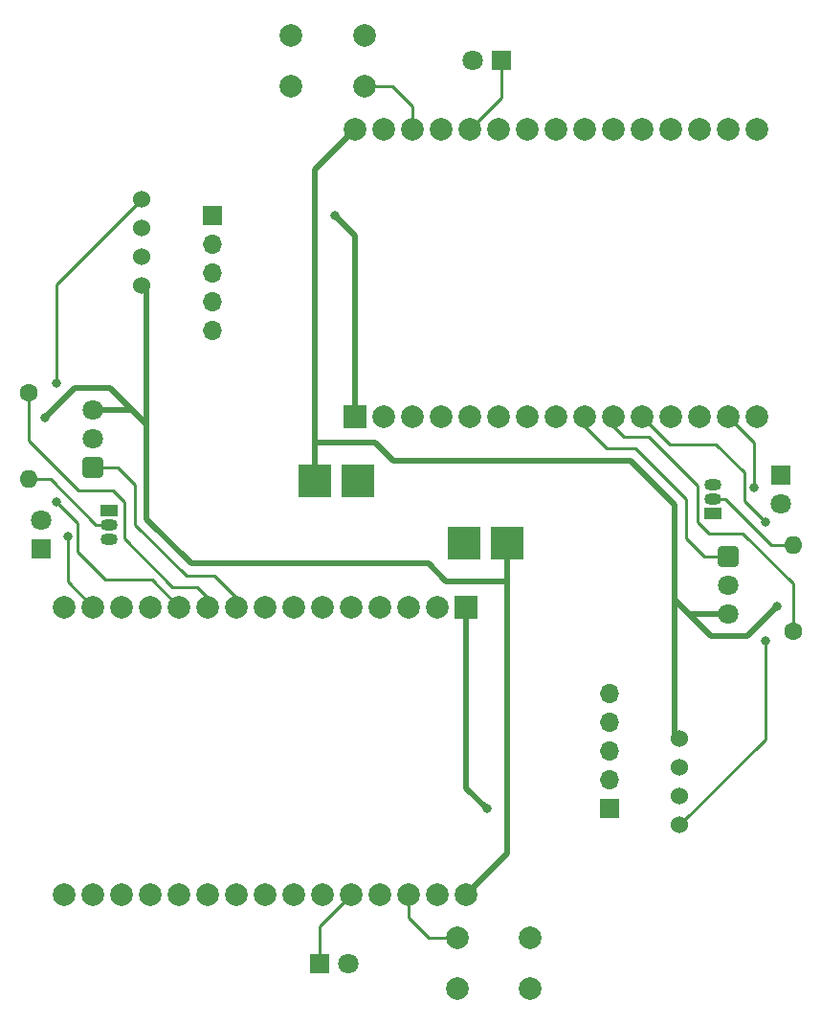
<source format=gbr>
%TF.GenerationSoftware,KiCad,Pcbnew,8.0.1*%
%TF.CreationDate,2024-04-19T12:23:10+07:00*%
%TF.ProjectId,AC_controller_print,41435f63-6f6e-4747-926f-6c6c65725f70,v3.0*%
%TF.SameCoordinates,Original*%
%TF.FileFunction,Copper,L1,Top*%
%TF.FilePolarity,Positive*%
%FSLAX46Y46*%
G04 Gerber Fmt 4.6, Leading zero omitted, Abs format (unit mm)*
G04 Created by KiCad (PCBNEW 8.0.1) date 2024-04-19 12:23:10*
%MOMM*%
%LPD*%
G01*
G04 APERTURE LIST*
G04 Aperture macros list*
%AMRoundRect*
0 Rectangle with rounded corners*
0 $1 Rounding radius*
0 $2 $3 $4 $5 $6 $7 $8 $9 X,Y pos of 4 corners*
0 Add a 4 corners polygon primitive as box body*
4,1,4,$2,$3,$4,$5,$6,$7,$8,$9,$2,$3,0*
0 Add four circle primitives for the rounded corners*
1,1,$1+$1,$2,$3*
1,1,$1+$1,$4,$5*
1,1,$1+$1,$6,$7*
1,1,$1+$1,$8,$9*
0 Add four rect primitives between the rounded corners*
20,1,$1+$1,$2,$3,$4,$5,0*
20,1,$1+$1,$4,$5,$6,$7,0*
20,1,$1+$1,$6,$7,$8,$9,0*
20,1,$1+$1,$8,$9,$2,$3,0*%
G04 Aperture macros list end*
%TA.AperFunction,ComponentPad*%
%ADD10R,1.800000X1.800000*%
%TD*%
%TA.AperFunction,ComponentPad*%
%ADD11C,1.800000*%
%TD*%
%TA.AperFunction,ComponentPad*%
%ADD12R,2.000000X2.000000*%
%TD*%
%TA.AperFunction,ComponentPad*%
%ADD13C,2.000000*%
%TD*%
%TA.AperFunction,ComponentPad*%
%ADD14C,1.600000*%
%TD*%
%TA.AperFunction,ComponentPad*%
%ADD15O,1.600000X1.600000*%
%TD*%
%TA.AperFunction,ComponentPad*%
%ADD16R,3.000000X3.000000*%
%TD*%
%TA.AperFunction,ComponentPad*%
%ADD17C,1.524000*%
%TD*%
%TA.AperFunction,ComponentPad*%
%ADD18O,1.700000X1.700000*%
%TD*%
%TA.AperFunction,ComponentPad*%
%ADD19R,1.700000X1.700000*%
%TD*%
%TA.AperFunction,ComponentPad*%
%ADD20R,1.500000X1.050000*%
%TD*%
%TA.AperFunction,ComponentPad*%
%ADD21O,1.500000X1.050000*%
%TD*%
%TA.AperFunction,ComponentPad*%
%ADD22RoundRect,0.250200X-0.649800X0.649800X-0.649800X-0.649800X0.649800X-0.649800X0.649800X0.649800X0*%
%TD*%
%TA.AperFunction,ComponentPad*%
%ADD23RoundRect,0.250200X0.649800X-0.649800X0.649800X0.649800X-0.649800X0.649800X-0.649800X-0.649800X0*%
%TD*%
%TA.AperFunction,ViaPad*%
%ADD24C,0.800000*%
%TD*%
%TA.AperFunction,Conductor*%
%ADD25C,0.500000*%
%TD*%
%TA.AperFunction,Conductor*%
%ADD26C,0.250000*%
%TD*%
G04 APERTURE END LIST*
D10*
%TO.P,D2,1,K*%
%TO.N,D14*%
X114630000Y-51690000D03*
D11*
%TO.P,D2,2,A*%
%TO.N,GND*%
X112090000Y-51690000D03*
%TD*%
D12*
%TO.P,U1,1,3V3*%
%TO.N,+3.3V*%
X101670000Y-83190000D03*
D13*
%TO.P,U1,2,GND*%
%TO.N,GND*%
X104210000Y-83190000D03*
%TO.P,U1,3,D15*%
%TO.N,D15*%
X106750000Y-83190000D03*
%TO.P,U1,4,D2*%
%TO.N,D2*%
X109290000Y-83190000D03*
%TO.P,U1,5,D4*%
%TO.N,D4*%
X111830000Y-83190000D03*
%TO.P,U1,6,RX2*%
%TO.N,RX2*%
X114370000Y-83190000D03*
%TO.P,U1,7,TX2*%
%TO.N,TX2*%
X116910000Y-83190000D03*
%TO.P,U1,8,D5*%
%TO.N,D5*%
X119450000Y-83190000D03*
%TO.P,U1,9,D18*%
%TO.N,D18*%
X121990000Y-83190000D03*
%TO.P,U1,10,D19*%
%TO.N,D19*%
X124530000Y-83190000D03*
%TO.P,U1,11,D21*%
%TO.N,D21*%
X127070000Y-83190000D03*
%TO.P,U1,12,RX0*%
%TO.N,RX0*%
X129610000Y-83190000D03*
%TO.P,U1,13,TX0*%
%TO.N,TX0*%
X132150000Y-83190000D03*
%TO.P,U1,14,D22*%
%TO.N,D22*%
X134690000Y-83190000D03*
%TO.P,U1,15,D23*%
%TO.N,D23*%
X137230000Y-83190000D03*
%TO.P,U1,16,EN*%
%TO.N,EN*%
X137230000Y-57790000D03*
%TO.P,U1,17,VP*%
%TO.N,VP*%
X134690000Y-57790000D03*
%TO.P,U1,18,VN*%
%TO.N,VN*%
X132150000Y-57790000D03*
%TO.P,U1,19,D34*%
%TO.N,D34*%
X129610000Y-57790000D03*
%TO.P,U1,20,D35*%
%TO.N,D35*%
X127070000Y-57790000D03*
%TO.P,U1,21,D32*%
%TO.N,D32*%
X124530000Y-57790000D03*
%TO.P,U1,22,D33*%
%TO.N,D33*%
X121990000Y-57790000D03*
%TO.P,U1,23,D25*%
%TO.N,D25*%
X119450000Y-57790000D03*
%TO.P,U1,24,D26*%
%TO.N,D26*%
X116910000Y-57790000D03*
%TO.P,U1,25,D27*%
%TO.N,D27*%
X114370000Y-57790000D03*
%TO.P,U1,26,D14*%
%TO.N,D14*%
X111830000Y-57790000D03*
%TO.P,U1,27,D12*%
%TO.N,D12*%
X109290000Y-57790000D03*
%TO.P,U1,28,D13*%
%TO.N,D13*%
X106750000Y-57790000D03*
%TO.P,U1,29,GND*%
%TO.N,GND*%
X104210000Y-57790000D03*
%TO.P,U1,30,VIN*%
%TO.N,VCC*%
X101670000Y-57790000D03*
%TD*%
%TO.P,SW1,1,1*%
%TO.N,D13*%
X102490000Y-53990000D03*
X95990000Y-53990000D03*
%TO.P,SW1,2,2*%
%TO.N,GND*%
X102490000Y-49490000D03*
X95990000Y-49490000D03*
%TD*%
D14*
%TO.P,R1,1*%
%TO.N,D19*%
X140405000Y-102090000D03*
D15*
%TO.P,R1,2*%
%TO.N,Net-(Q1-B)*%
X140405000Y-94470000D03*
%TD*%
D16*
%TO.P,U5,3,OUT+*%
%TO.N,VCC*%
X98095954Y-88802929D03*
%TO.P,U5,4,OUT-*%
%TO.N,GND*%
X101905954Y-88802929D03*
%TD*%
D17*
%TO.P,U2,1,VIN*%
%TO.N,VCC*%
X130383000Y-111653000D03*
%TO.P,U2,2,GND*%
%TO.N,GND*%
X130383000Y-114193000D03*
%TO.P,U2,3,SCL*%
%TO.N,D22*%
X130383000Y-116733000D03*
%TO.P,U2,4,SDA*%
%TO.N,D21*%
X130383000Y-119273000D03*
%TD*%
D18*
%TO.P,U4,1,GND*%
%TO.N,GND*%
X89007500Y-75540000D03*
%TO.P,U4,2,SDA*%
%TO.N,D21*%
X89007500Y-73000000D03*
%TO.P,U4,3,SCL*%
%TO.N,D22*%
X89007500Y-70460000D03*
%TO.P,U4,4,ALERT*%
%TO.N,unconnected-(U4-ALERT-Pad4)*%
X89007500Y-67920000D03*
D19*
%TO.P,U4,5,3.3V*%
%TO.N,+3.3V*%
X89007500Y-65380000D03*
%TD*%
D20*
%TO.P,Q1,1,C*%
%TO.N,GND*%
X133320000Y-91730000D03*
D21*
%TO.P,Q1,2,B*%
%TO.N,Net-(Q1-B)*%
X133320000Y-90460000D03*
%TO.P,Q1,3,E*%
%TO.N,Net-(D1-K)*%
X133320000Y-89190000D03*
%TD*%
D22*
%TO.P,U3,1,OUT*%
%TO.N,D18*%
X134682103Y-95550000D03*
D11*
%TO.P,U3,2,GND*%
%TO.N,GND*%
X134682103Y-98090000D03*
%TO.P,U3,3,Vs*%
%TO.N,VCC*%
X134682103Y-100630000D03*
%TD*%
D10*
%TO.P,D1,1,K*%
%TO.N,Net-(D1-K)*%
X139305000Y-88315000D03*
D11*
%TO.P,D1,2,A*%
%TO.N,VCC*%
X139305000Y-90855000D03*
%TD*%
%TO.P,D2,2,A*%
%TO.N,GND*%
X101090000Y-131490000D03*
D10*
%TO.P,D2,1,K*%
%TO.N,D14*%
X98550000Y-131490000D03*
%TD*%
D13*
%TO.P,U1,30,VIN*%
%TO.N,VCC*%
X111510000Y-125390000D03*
%TO.P,U1,29,GND*%
%TO.N,GND*%
X108970000Y-125390000D03*
%TO.P,U1,28,D13*%
%TO.N,D13*%
X106430000Y-125390000D03*
%TO.P,U1,27,D12*%
%TO.N,D12*%
X103890000Y-125390000D03*
%TO.P,U1,26,D14*%
%TO.N,D14*%
X101350000Y-125390000D03*
%TO.P,U1,25,D27*%
%TO.N,D27*%
X98810000Y-125390000D03*
%TO.P,U1,24,D26*%
%TO.N,D26*%
X96270000Y-125390000D03*
%TO.P,U1,23,D25*%
%TO.N,D25*%
X93730000Y-125390000D03*
%TO.P,U1,22,D33*%
%TO.N,D33*%
X91190000Y-125390000D03*
%TO.P,U1,21,D32*%
%TO.N,D32*%
X88650000Y-125390000D03*
%TO.P,U1,20,D35*%
%TO.N,D35*%
X86110000Y-125390000D03*
%TO.P,U1,19,D34*%
%TO.N,D34*%
X83570000Y-125390000D03*
%TO.P,U1,18,VN*%
%TO.N,VN*%
X81030000Y-125390000D03*
%TO.P,U1,17,VP*%
%TO.N,VP*%
X78490000Y-125390000D03*
%TO.P,U1,16,EN*%
%TO.N,EN*%
X75950000Y-125390000D03*
%TO.P,U1,15,D23*%
%TO.N,D23*%
X75950000Y-99990000D03*
%TO.P,U1,14,D22*%
%TO.N,D22*%
X78490000Y-99990000D03*
%TO.P,U1,13,TX0*%
%TO.N,TX0*%
X81030000Y-99990000D03*
%TO.P,U1,12,RX0*%
%TO.N,RX0*%
X83570000Y-99990000D03*
%TO.P,U1,11,D21*%
%TO.N,D21*%
X86110000Y-99990000D03*
%TO.P,U1,10,D19*%
%TO.N,D19*%
X88650000Y-99990000D03*
%TO.P,U1,9,D18*%
%TO.N,D18*%
X91190000Y-99990000D03*
%TO.P,U1,8,D5*%
%TO.N,D5*%
X93730000Y-99990000D03*
%TO.P,U1,7,TX2*%
%TO.N,TX2*%
X96270000Y-99990000D03*
%TO.P,U1,6,RX2*%
%TO.N,RX2*%
X98810000Y-99990000D03*
%TO.P,U1,5,D4*%
%TO.N,D4*%
X101350000Y-99990000D03*
%TO.P,U1,4,D2*%
%TO.N,D2*%
X103890000Y-99990000D03*
%TO.P,U1,3,D15*%
%TO.N,D15*%
X106430000Y-99990000D03*
%TO.P,U1,2,GND*%
%TO.N,GND*%
X108970000Y-99990000D03*
D12*
%TO.P,U1,1,3V3*%
%TO.N,+3.3V*%
X111510000Y-99990000D03*
%TD*%
D13*
%TO.P,SW1,2,2*%
%TO.N,GND*%
X117190000Y-133690000D03*
X110690000Y-133690000D03*
%TO.P,SW1,1,1*%
%TO.N,D13*%
X117190000Y-129190000D03*
X110690000Y-129190000D03*
%TD*%
D15*
%TO.P,R1,2*%
%TO.N,Net-(Q1-B)*%
X72775000Y-88710000D03*
D14*
%TO.P,R1,1*%
%TO.N,D19*%
X72775000Y-81090000D03*
%TD*%
D16*
%TO.P,U5,4,OUT-*%
%TO.N,GND*%
X111274046Y-94377071D03*
%TO.P,U5,3,OUT+*%
%TO.N,VCC*%
X115084046Y-94377071D03*
%TD*%
D17*
%TO.P,U2,4,SDA*%
%TO.N,D21*%
X82797000Y-63907000D03*
%TO.P,U2,3,SCL*%
%TO.N,D22*%
X82797000Y-66447000D03*
%TO.P,U2,2,GND*%
%TO.N,GND*%
X82797000Y-68987000D03*
%TO.P,U2,1,VIN*%
%TO.N,VCC*%
X82797000Y-71527000D03*
%TD*%
D19*
%TO.P,U4,5,3.3V*%
%TO.N,+3.3V*%
X124172500Y-117800000D03*
D18*
%TO.P,U4,4,ALERT*%
%TO.N,unconnected-(U4-ALERT-Pad4)*%
X124172500Y-115260000D03*
%TO.P,U4,3,SCL*%
%TO.N,D22*%
X124172500Y-112720000D03*
%TO.P,U4,2,SDA*%
%TO.N,D21*%
X124172500Y-110180000D03*
%TO.P,U4,1,GND*%
%TO.N,GND*%
X124172500Y-107640000D03*
%TD*%
D21*
%TO.P,Q1,3,E*%
%TO.N,Net-(D1-K)*%
X79860000Y-93990000D03*
%TO.P,Q1,2,B*%
%TO.N,Net-(Q1-B)*%
X79860000Y-92720000D03*
D20*
%TO.P,Q1,1,C*%
%TO.N,GND*%
X79860000Y-91450000D03*
%TD*%
D11*
%TO.P,U3,3,Vs*%
%TO.N,VCC*%
X78497897Y-82550000D03*
%TO.P,U3,2,GND*%
%TO.N,GND*%
X78497897Y-85090000D03*
D23*
%TO.P,U3,1,OUT*%
%TO.N,D18*%
X78497897Y-87630000D03*
%TD*%
D11*
%TO.P,D1,2,A*%
%TO.N,VCC*%
X73875000Y-92325000D03*
D10*
%TO.P,D1,1,K*%
%TO.N,Net-(D1-K)*%
X73875000Y-94865000D03*
%TD*%
D24*
%TO.N,D22*%
X136960000Y-89460000D03*
%TO.N,D21*%
X137960000Y-92460000D03*
X137960000Y-102960000D03*
%TO.N,+3.3V*%
X99861658Y-65361658D03*
%TO.N,VCC*%
X138960000Y-99960000D03*
%TO.N,D22*%
X76220000Y-93720000D03*
%TO.N,D21*%
X75220000Y-90720000D03*
X75220000Y-80220000D03*
%TO.N,+3.3V*%
X113318342Y-117818342D03*
%TO.N,VCC*%
X74220000Y-83220000D03*
%TD*%
D25*
%TO.N,VCC*%
X131227103Y-100630000D02*
X133187103Y-102590000D01*
X133187103Y-102590000D02*
X136330000Y-102590000D01*
X136330000Y-102590000D02*
X138960000Y-99960000D01*
D26*
%TO.N,D13*%
X102490000Y-53990000D02*
X104990000Y-53990000D01*
D25*
%TO.N,VCC*%
X98095954Y-85460000D02*
X98095954Y-61364046D01*
%TO.N,+3.3V*%
X99861658Y-65361658D02*
X101670000Y-67170000D01*
X101670000Y-67170000D02*
X101670000Y-83190000D01*
D26*
%TO.N,D18*%
X134682103Y-95550000D02*
X132550000Y-95550000D01*
%TO.N,D13*%
X106750000Y-55750000D02*
X106750000Y-57790000D01*
%TO.N,D19*%
X127667292Y-84960000D02*
X125460000Y-84960000D01*
%TO.N,D18*%
X130960000Y-90460000D02*
X126459684Y-85959684D01*
%TO.N,D21*%
X136090000Y-90590000D02*
X136090000Y-88090000D01*
X137960000Y-102960000D02*
X137960000Y-111696000D01*
%TO.N,D19*%
X132960000Y-93460000D02*
X131960000Y-92460000D01*
X135960000Y-93460000D02*
X132960000Y-93460000D01*
X140405000Y-97905000D02*
X135960000Y-93460000D01*
%TO.N,D18*%
X121990000Y-83990000D02*
X121990000Y-83190000D01*
%TO.N,D19*%
X140405000Y-102090000D02*
X140405000Y-97905000D01*
%TO.N,D21*%
X133590000Y-85590000D02*
X129470000Y-85590000D01*
X136090000Y-88090000D02*
X133590000Y-85590000D01*
%TO.N,D19*%
X125460000Y-84960000D02*
X124530000Y-84030000D01*
D25*
%TO.N,VCC*%
X105035000Y-87035000D02*
X103460000Y-85460000D01*
X129960000Y-90960000D02*
X126035000Y-87035000D01*
D26*
%TO.N,D22*%
X136960000Y-85460000D02*
X134690000Y-83190000D01*
%TO.N,D18*%
X123959684Y-85959684D02*
X121990000Y-83990000D01*
D25*
%TO.N,VCC*%
X103460000Y-85460000D02*
X98095954Y-85460000D01*
X130383000Y-111653000D02*
X129960000Y-111230000D01*
D26*
%TO.N,Net-(Q1-B)*%
X134460000Y-90460000D02*
X133320000Y-90460000D01*
X140405000Y-94470000D02*
X138470000Y-94470000D01*
%TO.N,D18*%
X126459684Y-85959684D02*
X123959684Y-85959684D01*
%TO.N,D21*%
X137960000Y-92460000D02*
X136090000Y-90590000D01*
%TO.N,Net-(Q1-B)*%
X138470000Y-94470000D02*
X134460000Y-90460000D01*
%TO.N,D14*%
X114630000Y-51690000D02*
X114630000Y-54990000D01*
D25*
%TO.N,VCC*%
X131220000Y-100630000D02*
X129960000Y-99370000D01*
X126035000Y-87035000D02*
X105035000Y-87035000D01*
X138960000Y-99960000D02*
X138957103Y-99960000D01*
X129960000Y-111230000D02*
X129960000Y-99370000D01*
D26*
%TO.N,D21*%
X129470000Y-85590000D02*
X127070000Y-83190000D01*
D25*
%TO.N,VCC*%
X134682103Y-100630000D02*
X131220000Y-100630000D01*
X129960000Y-99370000D02*
X129960000Y-90960000D01*
D26*
%TO.N,D19*%
X131960000Y-89252708D02*
X127667292Y-84960000D01*
D25*
%TO.N,VCC*%
X98095954Y-88802929D02*
X98095954Y-85460000D01*
X98095954Y-61364046D02*
X101670000Y-57790000D01*
D26*
%TO.N,D18*%
X132550000Y-95550000D02*
X130960000Y-93960000D01*
%TO.N,D19*%
X124530000Y-84030000D02*
X124530000Y-83190000D01*
X131960000Y-92460000D02*
X131960000Y-89252708D01*
%TO.N,D13*%
X104990000Y-53990000D02*
X106750000Y-55750000D01*
%TO.N,D14*%
X114630000Y-54990000D02*
X111830000Y-57790000D01*
%TO.N,D21*%
X137960000Y-111696000D02*
X130383000Y-119273000D01*
%TO.N,D18*%
X130960000Y-93960000D02*
X130960000Y-90460000D01*
%TO.N,D22*%
X136960000Y-89460000D02*
X136960000Y-85460000D01*
D25*
%TO.N,VCC*%
X81952897Y-82550000D02*
X79992897Y-80590000D01*
X79992897Y-80590000D02*
X76850000Y-80590000D01*
X76850000Y-80590000D02*
X74220000Y-83220000D01*
D26*
%TO.N,D13*%
X110690000Y-129190000D02*
X108190000Y-129190000D01*
D25*
%TO.N,VCC*%
X115084046Y-97720000D02*
X115084046Y-121815954D01*
%TO.N,+3.3V*%
X113318342Y-117818342D02*
X111510000Y-116010000D01*
X111510000Y-116010000D02*
X111510000Y-99990000D01*
D26*
%TO.N,D18*%
X78497897Y-87630000D02*
X80630000Y-87630000D01*
%TO.N,D13*%
X106430000Y-127430000D02*
X106430000Y-125390000D01*
%TO.N,D19*%
X85512708Y-98220000D02*
X87720000Y-98220000D01*
%TO.N,D18*%
X82220000Y-92720000D02*
X86720316Y-97220316D01*
%TO.N,D21*%
X77090000Y-92590000D02*
X77090000Y-95090000D01*
X75220000Y-80220000D02*
X75220000Y-71484000D01*
%TO.N,D19*%
X80220000Y-89720000D02*
X81220000Y-90720000D01*
X77220000Y-89720000D02*
X80220000Y-89720000D01*
X72775000Y-85275000D02*
X77220000Y-89720000D01*
%TO.N,D18*%
X91190000Y-99190000D02*
X91190000Y-99990000D01*
%TO.N,D19*%
X72775000Y-81090000D02*
X72775000Y-85275000D01*
%TO.N,D21*%
X79590000Y-97590000D02*
X83710000Y-97590000D01*
X77090000Y-95090000D02*
X79590000Y-97590000D01*
%TO.N,D19*%
X87720000Y-98220000D02*
X88650000Y-99150000D01*
D25*
%TO.N,VCC*%
X108145000Y-96145000D02*
X109720000Y-97720000D01*
X83220000Y-92220000D02*
X87145000Y-96145000D01*
D26*
%TO.N,D22*%
X76220000Y-97720000D02*
X78490000Y-99990000D01*
%TO.N,D18*%
X89220316Y-97220316D02*
X91190000Y-99190000D01*
D25*
%TO.N,VCC*%
X109720000Y-97720000D02*
X115084046Y-97720000D01*
X82797000Y-71527000D02*
X83220000Y-71950000D01*
D26*
%TO.N,Net-(Q1-B)*%
X78720000Y-92720000D02*
X79860000Y-92720000D01*
X72775000Y-88710000D02*
X74710000Y-88710000D01*
%TO.N,D18*%
X86720316Y-97220316D02*
X89220316Y-97220316D01*
%TO.N,D21*%
X75220000Y-90720000D02*
X77090000Y-92590000D01*
%TO.N,Net-(Q1-B)*%
X74710000Y-88710000D02*
X78720000Y-92720000D01*
%TO.N,D14*%
X98550000Y-131490000D02*
X98550000Y-128190000D01*
D25*
%TO.N,VCC*%
X81960000Y-82550000D02*
X83220000Y-83810000D01*
X87145000Y-96145000D02*
X108145000Y-96145000D01*
X74220000Y-83220000D02*
X74222897Y-83220000D01*
X83220000Y-71950000D02*
X83220000Y-83810000D01*
D26*
%TO.N,D21*%
X83710000Y-97590000D02*
X86110000Y-99990000D01*
D25*
%TO.N,VCC*%
X78497897Y-82550000D02*
X81960000Y-82550000D01*
X83220000Y-83810000D02*
X83220000Y-92220000D01*
D26*
%TO.N,D19*%
X81220000Y-93927292D02*
X85512708Y-98220000D01*
D25*
%TO.N,VCC*%
X115084046Y-94377071D02*
X115084046Y-97720000D01*
X115084046Y-121815954D02*
X111510000Y-125390000D01*
D26*
%TO.N,D18*%
X80630000Y-87630000D02*
X82220000Y-89220000D01*
%TO.N,D19*%
X88650000Y-99150000D02*
X88650000Y-99990000D01*
X81220000Y-90720000D02*
X81220000Y-93927292D01*
%TO.N,D13*%
X108190000Y-129190000D02*
X106430000Y-127430000D01*
%TO.N,D14*%
X98550000Y-128190000D02*
X101350000Y-125390000D01*
%TO.N,D21*%
X75220000Y-71484000D02*
X82797000Y-63907000D01*
%TO.N,D18*%
X82220000Y-89220000D02*
X82220000Y-92720000D01*
%TO.N,D22*%
X76220000Y-93720000D02*
X76220000Y-97720000D01*
%TD*%
M02*

</source>
